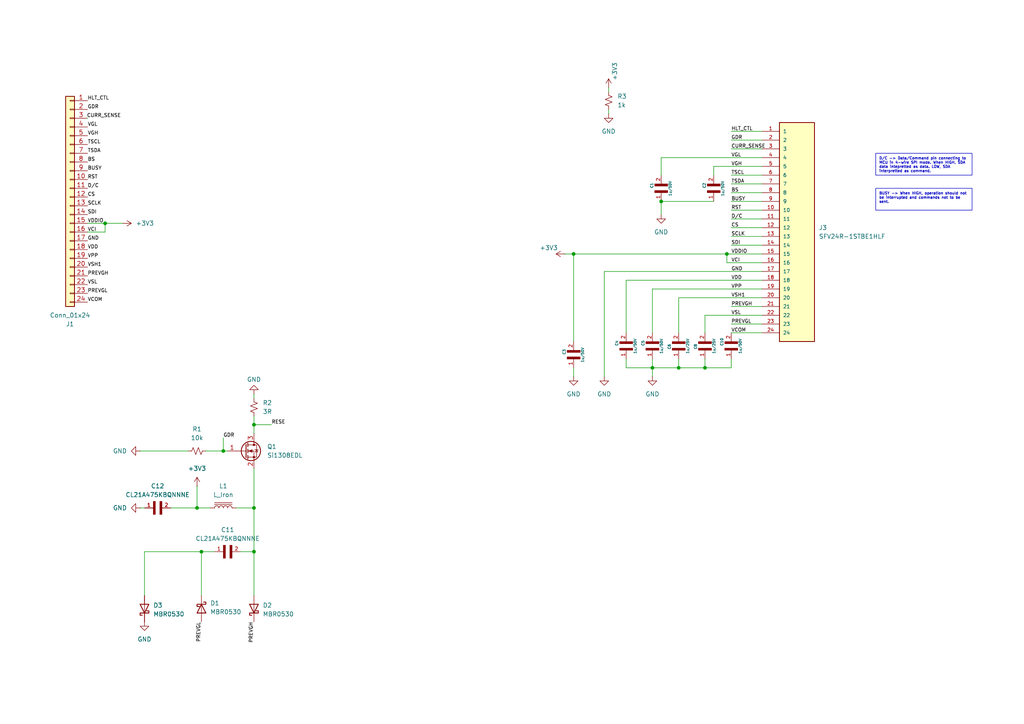
<source format=kicad_sch>
(kicad_sch (version 20250114) (generator "eeschema") (generator_version "9.0")
  (paper "A4")
  (lib_symbols
    (symbol "Capacitors:CL10B105KA8NNNC" (pin_names (offset 1.016))
      (property "Reference" "C" (at 0.254 2.286 0))
      (property "Value" "1u/25V" (at -1.016 -3.048 0))
      (symbol "CL10B105KA8NNNC_0_0"
        (rectangle (start 0 1.905) (end 0.635 -1.9069) (stroke (width 0.1)) (fill (type outline)))
        (rectangle (start 1.9069 1.905) (end 2.54 -1.9069) (stroke (width 0.1)) (fill (type outline)))
        (pin passive line (at -2.54 0 0) (length 2.54) (name "~") (number "1"))
        (pin passive line (at 5.08 0 180) (length 2.54) (name "~") (number "2"))
      )
    )
    (symbol "Capacitors:CL21A475KBQNNNE" (pin_names (offset 1.016))
      (property "Reference" "C" (at 0 3.81 0))
      (property "Value" "CL21A475KBQNNNE" (at 0 -5.08 0))
      (symbol "CL21A475KBQNNNE_0_0"
        (rectangle (start 0 -1.905) (end 0.635 1.905) (stroke (width 0.1)) (fill (type outline)))
        (rectangle (start 1.905 -1.905) (end 2.54 1.905) (stroke (width 0.1)) (fill (type outline)))
        (pin passive line (at -2.54 0 0) (length 2.54) (name "~") (number "2"))
        (pin passive line (at 5.08 0 180) (length 2.54) (name "~") (number "1"))
      )
    )
    (symbol "Capacitors:MBASU168AB5105KTNA01" (pin_names (offset 1.016))
      (property "Reference" "C" (at 0 2.286 0))
      (property "Value" "1u/50V" (at -2.286 -3.048 0))
      (symbol "MBASU168AB5105KTNA01_0_0"
        (rectangle (start -1.27 -1.9069) (end -0.635 1.905) (stroke (width 0.1)) (fill (type outline)))
        (rectangle (start 0.6369 -1.9069) (end 1.27 1.905) (stroke (width 0.1)) (fill (type outline)))
        (pin passive line (at -3.81 0 0) (length 2.54) (name "~") (number "1"))
        (pin passive line (at 3.81 0 180) (length 2.54) (name "~") (number "2"))
      )
    )
    (symbol "Connector_FFC-FPC:SFV24R-1STBE1HLF" (pin_names (offset 1.016))
      (property "Reference" "J" (at -5.08 33.782 0))
      (property "Value" "SFV24R-1STBE1HLF" (at -5.08 -33.02 0))
      (symbol "SFV24R-1STBE1HLF_0_0"
        (rectangle (start -5.08 -30.48) (end 5.08 33.02) (stroke (width 0.254)) (fill (type background)))
        (pin passive line (at -10.16 30.48 0) (length 5.08) (name "1") (number "1"))
        (pin passive line (at -10.16 27.94 0) (length 5.08) (name "2") (number "2"))
        (pin passive line (at -10.16 25.4 0) (length 5.08) (name "3") (number "3"))
        (pin passive line (at -10.16 22.86 0) (length 5.08) (name "4") (number "4"))
        (pin passive line (at -10.16 20.32 0) (length 5.08) (name "5") (number "5"))
        (pin passive line (at -10.16 17.78 0) (length 5.08) (name "6") (number "6"))
        (pin passive line (at -10.16 15.24 0) (length 5.08) (name "7") (number "7"))
        (pin passive line (at -10.16 12.7 0) (length 5.08) (name "8") (number "8"))
        (pin passive line (at -10.16 10.16 0) (length 5.08) (name "9") (number "9"))
        (pin passive line (at -10.16 7.62 0) (length 5.08) (name "10") (number "10"))
        (pin passive line (at -10.16 5.08 0) (length 5.08) (name "11") (number "11"))
        (pin passive line (at -10.16 2.54 0) (length 5.08) (name "12") (number "12"))
        (pin passive line (at -10.16 0 0) (length 5.08) (name "13") (number "13"))
        (pin passive line (at -10.16 -2.54 0) (length 5.08) (name "14") (number "14"))
        (pin passive line (at -10.16 -5.08 0) (length 5.08) (name "15") (number "15"))
        (pin passive line (at -10.16 -7.62 0) (length 5.08) (name "16") (number "16"))
        (pin passive line (at -10.16 -10.16 0) (length 5.08) (name "17") (number "17"))
        (pin passive line (at -10.16 -12.7 0) (length 5.08) (name "18") (number "18"))
        (pin passive line (at -10.16 -15.24 0) (length 5.08) (name "19") (number "19"))
        (pin passive line (at -10.16 -17.78 0) (length 5.08) (name "20") (number "20"))
        (pin passive line (at -10.16 -20.32 0) (length 5.08) (name "21") (number "21"))
        (pin passive line (at -10.16 -22.86 0) (length 5.08) (name "22") (number "22"))
        (pin passive line (at -10.16 -25.4 0) (length 5.08) (name "23") (number "23"))
        (pin passive line (at -10.16 -27.94 0) (length 5.08) (name "24") (number "24"))
      )
    )
    (symbol "Connector_Generic:Conn_01x24" (pin_names (offset 1.016) (hide yes))
      (property "Reference" "J" (at 0 30.48 0))
      (property "Value" "Conn_01x24" (at 0 -33.02 0))
      (symbol "Conn_01x24_1_1"
        (rectangle (start -1.27 29.21) (end 1.27 -31.75) (stroke (width 0.254)) (fill (type background)))
        (rectangle (start -1.27 28.067) (end 0 27.813) (stroke (width 0.1524)))
        (rectangle (start -1.27 25.527) (end 0 25.273) (stroke (width 0.1524)))
        (rectangle (start -1.27 22.987) (end 0 22.733) (stroke (width 0.1524)))
        (rectangle (start -1.27 20.447) (end 0 20.193) (stroke (width 0.1524)))
        (rectangle (start -1.27 17.907) (end 0 17.653) (stroke (width 0.1524)))
        (rectangle (start -1.27 15.367) (end 0 15.113) (stroke (width 0.1524)))
        (rectangle (start -1.27 12.827) (end 0 12.573) (stroke (width 0.1524)))
        (rectangle (start -1.27 10.287) (end 0 10.033) (stroke (width 0.1524)))
        (rectangle (start -1.27 7.747) (end 0 7.493) (stroke (width 0.1524)))
        (rectangle (start -1.27 5.207) (end 0 4.953) (stroke (width 0.1524)))
        (rectangle (start -1.27 2.667) (end 0 2.413) (stroke (width 0.1524)))
        (rectangle (start -1.27 0.127) (end 0 -0.127) (stroke (width 0.1524)))
        (rectangle (start -1.27 -2.413) (end 0 -2.667) (stroke (width 0.1524)))
        (rectangle (start -1.27 -4.953) (end 0 -5.207) (stroke (width 0.1524)))
        (rectangle (start -1.27 -7.493) (end 0 -7.747) (stroke (width 0.1524)))
        (rectangle (start -1.27 -10.033) (end 0 -10.287) (stroke (width 0.1524)))
        (rectangle (start -1.27 -12.573) (end 0 -12.827) (stroke (width 0.1524)))
        (rectangle (start -1.27 -15.113) (end 0 -15.367) (stroke (width 0.1524)))
        (rectangle (start -1.27 -17.653) (end 0 -17.907) (stroke (width 0.1524)))
        (rectangle (start -1.27 -20.193) (end 0 -20.447) (stroke (width 0.1524)))
        (rectangle (start -1.27 -22.733) (end 0 -22.987) (stroke (width 0.1524)))
        (rectangle (start -1.27 -25.273) (end 0 -25.527) (stroke (width 0.1524)))
        (rectangle (start -1.27 -27.813) (end 0 -28.067) (stroke (width 0.1524)))
        (rectangle (start -1.27 -30.353) (end 0 -30.607) (stroke (width 0.1524)))
        (pin passive line (at -5.08 27.94 0) (length 3.81) (name "Pin_1") (number "1"))
        (pin passive line (at -5.08 25.4 0) (length 3.81) (name "Pin_2") (number "2"))
        (pin passive line (at -5.08 22.86 0) (length 3.81) (name "Pin_3") (number "3"))
        (pin passive line (at -5.08 20.32 0) (length 3.81) (name "Pin_4") (number "4"))
        (pin passive line (at -5.08 17.78 0) (length 3.81) (name "Pin_5") (number "5"))
        (pin passive line (at -5.08 15.24 0) (length 3.81) (name "Pin_6") (number "6"))
        (pin passive line (at -5.08 12.7 0) (length 3.81) (name "Pin_7") (number "7"))
        (pin passive line (at -5.08 10.16 0) (length 3.81) (name "Pin_8") (number "8"))
        (pin passive line (at -5.08 7.62 0) (length 3.81) (name "Pin_9") (number "9"))
        (pin passive line (at -5.08 5.08 0) (length 3.81) (name "Pin_10") (number "10"))
        (pin passive line (at -5.08 2.54 0) (length 3.81) (name "Pin_11") (number "11"))
        (pin passive line (at -5.08 0 0) (length 3.81) (name "Pin_12") (number "12"))
        (pin passive line (at -5.08 -2.54 0) (length 3.81) (name "Pin_13") (number "13"))
        (pin passive line (at -5.08 -5.08 0) (length 3.81) (name "Pin_14") (number "14"))
        (pin passive line (at -5.08 -7.62 0) (length 3.81) (name "Pin_15") (number "15"))
        (pin passive line (at -5.08 -10.16 0) (length 3.81) (name "Pin_16") (number "16"))
        (pin passive line (at -5.08 -12.7 0) (length 3.81) (name "Pin_17") (number "17"))
        (pin passive line (at -5.08 -15.24 0) (length 3.81) (name "Pin_18") (number "18"))
        (pin passive line (at -5.08 -17.78 0) (length 3.81) (name "Pin_19") (number "19"))
        (pin passive line (at -5.08 -20.32 0) (length 3.81) (name "Pin_20") (number "20"))
        (pin passive line (at -5.08 -22.86 0) (length 3.81) (name "Pin_21") (number "21"))
        (pin passive line (at -5.08 -25.4 0) (length 3.81) (name "Pin_22") (number "22"))
        (pin passive line (at -5.08 -27.94 0) (length 3.81) (name "Pin_23") (number "23"))
        (pin passive line (at -5.08 -30.48 0) (length 3.81) (name "Pin_24") (number "24"))
      )
    )
    (symbol "Device:L_Iron" (pin_numbers (hide yes)) (pin_names (offset 1.016) (hide yes))
      (property "Reference" "L" (at -1.27 0 90))
      (property "Value" "L_Iron" (at 2.794 0 90))
      (symbol "L_Iron_0_1"
        (arc (start 0 2.54) (mid 0.6323 1.905) (end 0 1.27))
        (arc (start 0 1.27) (mid 0.6323 0.635) (end 0 0))
        (arc (start 0 0) (mid 0.6323 -0.635) (end 0 -1.27))
        (arc (start 0 -1.27) (mid 0.6323 -1.905) (end 0 -2.54))
        (polyline (pts (xy 1.016 2.54) (xy 1.016 -2.54)))
        (polyline (pts (xy 1.524 -2.54) (xy 1.524 2.54)))
      )
      (symbol "L_Iron_1_1"
        (pin passive line (at 0 3.81 270) (length 1.27) (name "1") (number "1"))
        (pin passive line (at 0 -3.81 90) (length 1.27) (name "2") (number "2"))
      )
    )
    (symbol "Device:R_Small_US" (pin_numbers (hide yes)) (pin_names (offset 0.254) (hide yes))
      (property "Reference" "R" (at 0.762 0.508 0))
      (property "Value" "R_Small_US" (at 0.762 -1.016 0))
      (symbol "R_Small_US_1_1"
        (polyline (pts (xy 0 1.524) (xy 1.016 1.143) (xy 0 0.762) (xy -1.016 0.381) (xy 0 0)))
        (polyline (pts (xy 0 0) (xy 1.016 -0.381) (xy 0 -0.762) (xy -1.016 -1.143) (xy 0 -1.524)))
        (pin passive line (at 0 2.54 270) (length 1.016) (name "~") (number "1"))
        (pin passive line (at 0 -2.54 90) (length 1.016) (name "~") (number "2"))
      )
    )
    (symbol "Diode:MBR0530" (pin_numbers (hide yes)) (pin_names (offset 1.016) (hide yes))
      (property "Reference" "D" (at 0 2.54 0))
      (property "Value" "MBR0530" (at 0 -2.54 0))
      (symbol "MBR0530_0_1"
        (polyline (pts (xy -1.905 0.635) (xy -1.905 1.27) (xy -1.27 1.27) (xy -1.27 -1.27) (xy -0.635 -1.27) (xy -0.635 -0.635)) (stroke (width 0.254)))
        (polyline (pts (xy 1.27 1.27) (xy 1.27 -1.27) (xy -1.27 0) (xy 1.27 1.27)) (stroke (width 0.254)))
        (polyline (pts (xy 1.27 0) (xy -1.27 0)))
      )
      (symbol "MBR0530_1_1"
        (pin passive line (at -3.81 0 0) (length 2.54) (name "K") (number "1"))
        (pin passive line (at 3.81 0 180) (length 2.54) (name "A") (number "2"))
      )
    )
    (symbol "Transistor_FET:Si1308EDL" (pin_names (hide yes))
      (property "Reference" "Q" (at 5.08 1.905 0))
      (property "Value" "Si1308EDL" (at 5.08 0 0))
      (symbol "Si1308EDL_0_1"
        (polyline (pts (xy 0.254 1.905) (xy 0.254 -1.905)) (stroke (width 0.254)))
        (polyline (pts (xy 0.254 0) (xy -2.54 0)))
        (polyline (pts (xy 0.762 2.286) (xy 0.762 1.27)) (stroke (width 0.254)))
        (polyline (pts (xy 0.762 0.508) (xy 0.762 -0.508)) (stroke (width 0.254)))
        (polyline (pts (xy 0.762 -1.27) (xy 0.762 -2.286)) (stroke (width 0.254)))
        (polyline (pts (xy 0.762 -1.778) (xy 3.302 -1.778) (xy 3.302 1.778) (xy 0.762 1.778)))
        (polyline (pts (xy 1.016 0) (xy 2.032 0.381) (xy 2.032 -0.381) (xy 1.016 0)) (fill (type outline)))
        (circle (center 1.651 0) (radius 2.794) (stroke (width 0.254)))
        (polyline (pts (xy 2.54 2.54) (xy 2.54 1.778)))
        (circle (center 2.54 1.778) (radius 0.254) (fill (type outline)))
        (circle (center 2.54 -1.778) (radius 0.254) (fill (type outline)))
        (polyline (pts (xy 2.54 -2.54) (xy 2.54 0) (xy 0.762 0)))
        (polyline (pts (xy 2.794 0.508) (xy 2.921 0.381) (xy 3.683 0.381) (xy 3.81 0.254)))
        (polyline (pts (xy 3.302 0.381) (xy 2.921 -0.254) (xy 3.683 -0.254) (xy 3.302 0.381)))
      )
      (symbol "Si1308EDL_1_1"
        (pin input line (at -5.08 0 0) (length 2.54) (name "G") (number "1"))
        (pin passive line (at 2.54 5.08 270) (length 2.54) (name "D") (number "3"))
        (pin passive line (at 2.54 -5.08 90) (length 2.54) (name "S") (number "2"))
      )
    )
    (symbol "power:+3V3" (power) (pin_numbers (hide yes)) (pin_names (offset 0) (hide yes))
      (property "Value" "+3V3" (at 0 3.556 0))
      (symbol "+3V3_0_1"
        (polyline (pts (xy -0.762 1.27) (xy 0 2.54)))
        (polyline (pts (xy 0 2.54) (xy 0.762 1.27)))
        (polyline (pts (xy 0 0) (xy 0 2.54)))
      )
      (symbol "+3V3_1_1"
        (pin power_in line (at 0 0 90) (length 0) (name "~") (number "1"))
      )
    )
    (symbol "power:GND" (power) (pin_numbers (hide yes)) (pin_names (offset 0) (hide yes))
      (property "Value" "GND" (at 0 -3.81 0))
      (symbol "GND_0_1"
        (polyline (pts (xy 0 0) (xy 0 -1.27) (xy 1.27 -1.27) (xy 0 -2.54) (xy -1.27 -1.27) (xy 0 -1.27)))
      )
      (symbol "GND_1_1"
        (pin power_in line (at 0 0 270) (length 0) (name "~") (number "1"))
      )
    )
  )
  (text_box "D/C -> Data/Command pin connecting to MCU in 4-wire SPI mode. When HIGH, SDA data intepretted as data. LOW, SDA interpretted as command." (at 254 44.45 0) (size 27.94 6.35) (margins 0.9525 0.9525 0.9525 0.9525) (effects (font (size 0.762 0.762)) (justify left top)))
  (text_box "BUSY -> When HIGH, operation should not be interrupted and commands not to be sent." (at 254 54.61 0) (size 27.94 6.35) (margins 0.9525 0.9525 0.9525 0.9525) (effects (font (size 0.762 0.762)) (justify left top)))
  (junction (at 57.15 147.32))
  (junction (at 58.42 160.02))
  (junction (at 191.77 58.42))
  (junction (at 196.85 106.68))
  (junction (at 73.66 160.02))
  (junction (at 210.82 73.66))
  (junction (at 189.23 106.68))
  (junction (at 73.66 147.32))
  (junction (at 73.66 123.19))
  (junction (at 166.37 73.66))
  (junction (at 64.77 130.81))
  (junction (at 30.48 64.77))
  (junction (at 204.47 106.68))
  (wire (pts (xy 73.66 135.89) (xy 73.66 147.32)))
  (wire (pts (xy 40.64 130.81) (xy 54.61 130.81)))
  (wire (pts (xy 204.47 104.14) (xy 204.47 106.68)))
  (wire (pts (xy 176.53 31.75) (xy 176.53 33.02)))
  (wire (pts (xy 176.53 26.67) (xy 176.53 25.4)))
  (wire (pts (xy 25.4 64.77) (xy 30.48 64.77)))
  (wire (pts (xy 212.09 66.04) (xy 220.98 66.04)))
  (wire (pts (xy 196.85 86.36) (xy 196.85 96.52)))
  (wire (pts (xy 212.09 53.34) (xy 220.98 53.34)))
  (wire (pts (xy 41.91 172.72) (xy 41.91 160.02)))
  (wire (pts (xy 207.01 48.26) (xy 207.01 50.8)))
  (wire (pts (xy 189.23 106.68) (xy 189.23 104.14)))
  (wire (pts (xy 204.47 91.44) (xy 204.47 96.52)))
  (wire (pts (xy 189.23 109.22) (xy 189.23 106.68)))
  (wire (pts (xy 69.85 160.02) (xy 73.66 160.02)))
  (wire (pts (xy 210.82 73.66) (xy 220.98 73.66)))
  (wire (pts (xy 181.61 81.28) (xy 181.61 96.52)))
  (wire (pts (xy 57.15 140.97) (xy 57.15 147.32)))
  (wire (pts (xy 30.48 64.77) (xy 30.48 67.31)))
  (wire (pts (xy 191.77 58.42) (xy 191.77 62.23)))
  (wire (pts (xy 40.64 147.32) (xy 41.91 147.32)))
  (wire (pts (xy 210.82 73.66) (xy 210.82 76.2)))
  (wire (pts (xy 207.01 48.26) (xy 220.98 48.26)))
  (wire (pts (xy 30.48 64.77) (xy 35.56 64.77)))
  (wire (pts (xy 212.09 43.18) (xy 220.98 43.18)))
  (wire (pts (xy 220.98 96.52) (xy 212.09 96.52)))
  (wire (pts (xy 212.09 60.96) (xy 220.98 60.96)))
  (wire (pts (xy 25.1763 34.29) (xy 25.4 34.29)))
  (wire (pts (xy 166.37 106.68) (xy 166.37 109.22)))
  (wire (pts (xy 166.37 73.66) (xy 166.37 99.06)))
  (wire (pts (xy 191.77 45.72) (xy 220.98 45.72)))
  (wire (pts (xy 212.09 104.14) (xy 212.09 106.68)))
  (wire (pts (xy 73.66 123.19) (xy 73.66 125.73)))
  (wire (pts (xy 220.98 86.36) (xy 196.85 86.36)))
  (wire (pts (xy 175.26 78.74) (xy 220.98 78.74)))
  (wire (pts (xy 212.09 88.9) (xy 220.98 88.9)))
  (wire (pts (xy 73.66 120.65) (xy 73.66 123.19)))
  (wire (pts (xy 196.85 106.68) (xy 204.47 106.68)))
  (wire (pts (xy 49.53 147.32) (xy 57.15 147.32)))
  (wire (pts (xy 212.09 50.8) (xy 220.98 50.8)))
  (wire (pts (xy 175.26 78.74) (xy 175.26 109.22)))
  (wire (pts (xy 212.09 38.1) (xy 220.98 38.1)))
  (wire (pts (xy 25.4 67.31) (xy 30.48 67.31)))
  (wire (pts (xy 64.77 130.81) (xy 66.04 130.81)))
  (wire (pts (xy 181.61 106.68) (xy 181.61 104.14)))
  (wire (pts (xy 212.09 71.12) (xy 220.98 71.12)))
  (wire (pts (xy 196.85 104.14) (xy 196.85 106.68)))
  (wire (pts (xy 166.37 73.66) (xy 210.82 73.66)))
  (wire (pts (xy 212.09 55.88) (xy 220.98 55.88)))
  (wire (pts (xy 189.23 83.82) (xy 220.98 83.82)))
  (wire (pts (xy 210.82 76.2) (xy 220.98 76.2)))
  (wire (pts (xy 68.58 147.32) (xy 73.66 147.32)))
  (wire (pts (xy 73.66 160.02) (xy 73.66 172.72)))
  (wire (pts (xy 212.09 68.58) (xy 220.98 68.58)))
  (wire (pts (xy 41.91 160.02) (xy 58.42 160.02)))
  (wire (pts (xy 189.23 96.52) (xy 189.23 83.82)))
  (wire (pts (xy 212.09 40.64) (xy 220.98 40.64)))
  (wire (pts (xy 60.96 147.32) (xy 57.15 147.32)))
  (wire (pts (xy 212.09 93.98) (xy 220.98 93.98)))
  (wire (pts (xy 204.47 106.68) (xy 212.09 106.68)))
  (wire (pts (xy 212.09 63.5) (xy 220.98 63.5)))
  (wire (pts (xy 220.98 91.44) (xy 204.47 91.44)))
  (wire (pts (xy 181.61 106.68) (xy 189.23 106.68)))
  (wire (pts (xy 73.66 123.19) (xy 78.74 123.19)))
  (wire (pts (xy 212.09 58.42) (xy 220.98 58.42)))
  (wire (pts (xy 191.77 45.72) (xy 191.77 50.8)))
  (wire (pts (xy 58.42 160.02) (xy 62.23 160.02)))
  (wire (pts (xy 191.77 58.42) (xy 207.01 58.42)))
  (wire (pts (xy 163.83 73.66) (xy 166.37 73.66)))
  (wire (pts (xy 59.69 130.81) (xy 64.77 130.81)))
  (wire (pts (xy 189.23 106.68) (xy 196.85 106.68)))
  (wire (pts (xy 181.61 81.28) (xy 220.98 81.28)))
  (wire (pts (xy 73.66 114.3) (xy 73.66 115.57)))
  (wire (pts (xy 64.77 127) (xy 64.77 130.81)))
  (wire (pts (xy 73.66 147.32) (xy 73.66 160.02)))
  (wire (pts (xy 58.42 160.02) (xy 58.42 172.72)))
  (label "CS" (at 212.09 66.04 0) (effects (font (size 1.016 1.016))))
  (label "GND" (at 212.09 78.74 0) (effects (font (size 1.016 1.016))))
  (label "TSCL" (at 212.09 50.8 0) (effects (font (size 1.016 1.016))))
  (label "CURR_SENSE" (at 212.09 43.18 0) (effects (font (size 1.016 1.016))))
  (label "PREVGH" (at 73.66 180.34 270) (effects (font (size 1.016 1.016))))
  (label "SDI" (at 25.4 62.23 0) (effects (font (size 1.016 1.016))))
  (label "VDD" (at 212.09 81.28 0) (effects (font (size 1.016 1.016))))
  (label "PREVGL" (at 58.42 180.34 270) (effects (font (size 1.016 1.016))))
  (label "D{slash}C" (at 212.09 63.5 0) (effects (font (size 1.016 1.016))))
  (label "PREVGH" (at 25.4 80.01 0) (effects (font (size 1.016 1.016))))
  (label "VCI" (at 212.09 76.2 0) (effects (font (size 1.016 1.016))))
  (label "GND" (at 25.4 69.85 0) (effects (font (size 1.016 1.016))))
  (label "VCI" (at 25.4 67.31 0) (effects (font (size 1.016 1.016))))
  (label "PREVGL" (at 212.09 93.98 0) (effects (font (size 1.016 1.016))))
  (label "VGL" (at 25.4 36.83 0) (effects (font (size 1.016 1.016))))
  (label "VPP" (at 25.4 74.93 0) (effects (font (size 1.016 1.016))))
  (label "BS" (at 25.4 46.99 0) (effects (font (size 1.016 1.016))))
  (label "VSH1" (at 25.4 77.47 0) (effects (font (size 1.016 1.016))))
  (label "VDDIO" (at 25.4 64.77 0) (effects (font (size 1.016 1.016))))
  (label "SCLK" (at 212.09 68.58 0) (effects (font (size 1.016 1.016))))
  (label "HLT_CTL" (at 25.4 29.21 0) (effects (font (size 1.016 1.016))))
  (label "VSL" (at 212.09 91.44 0) (effects (font (size 1.016 1.016))))
  (label "VCOM" (at 212.09 96.52 0) (effects (font (size 1.016 1.016))))
  (label "PREVGL" (at 25.4 85.09 0) (effects (font (size 1.016 1.016))))
  (label "TSDA" (at 212.09 53.34 0) (effects (font (size 1.016 1.016))))
  (label "BUSY" (at 212.09 58.42 0) (effects (font (size 1.016 1.016))))
  (label "VCOM" (at 25.4 87.63 0) (effects (font (size 1.016 1.016))))
  (label "VPP" (at 212.09 83.82 0) (effects (font (size 1.016 1.016))))
  (label "SDI" (at 212.09 71.12 0) (effects (font (size 1.016 1.016))))
  (label "GDR" (at 25.4 31.75 0) (effects (font (size 1.016 1.016))))
  (label "VDDIO" (at 212.09 73.66 0) (effects (font (size 1.016 1.016))))
  (label "PREVGH" (at 212.09 88.9 0) (effects (font (size 1.016 1.016))))
  (label "VGL" (at 212.09 45.72 0) (effects (font (size 1.016 1.016))))
  (label "VGH" (at 212.09 48.26 0) (effects (font (size 1.016 1.016))))
  (label "CS" (at 25.4 57.15 0) (effects (font (size 1.016 1.016))))
  (label "RST" (at 212.09 60.96 0) (effects (font (size 1.016 1.016))))
  (label "SCLK" (at 25.4 59.69 0) (effects (font (size 1.016 1.016))))
  (label "VDD" (at 25.4 72.39 0) (effects (font (size 1.016 1.016))))
  (label "VGH" (at 25.4 39.37 0) (effects (font (size 1.016 1.016))))
  (label "GDR" (at 64.77 127 0) (effects (font (size 1.016 1.016))))
  (label "BUSY" (at 25.4 49.53 0) (effects (font (size 1.016 1.016))))
  (label "TSCL" (at 25.4 41.91 0) (effects (font (size 1.016 1.016))))
  (label "VSL" (at 25.4 82.55 0) (effects (font (size 1.016 1.016))))
  (label "D{slash}C" (at 25.4 54.61 0) (effects (font (size 1.016 1.016))))
  (label "CURR_SENSE" (at 25.1763 34.29 0) (effects (font (size 1.016 1.016))))
  (label "HLT_CTL" (at 212.09 38.1 0) (effects (font (size 1.016 1.016))))
  (label "TSDA" (at 25.4 44.45 0) (effects (font (size 1.016 1.016))))
  (label "RESE" (at 78.74 123.19 0) (effects (font (size 1.016 1.016))))
  (label "GDR" (at 212.09 40.64 0) (effects (font (size 1.016 1.016))))
  (label "BS" (at 212.09 55.88 0) (effects (font (size 1.016 1.016))))
  (label "VSH1" (at 212.09 86.36 0) (effects (font (size 1.016 1.016))))
  (label "RST" (at 25.4 52.07 0) (effects (font (size 1.016 1.016))))
  (symbol (lib_id "Diode:MBR0530") (at 73.66 176.53 90) (unit 1)
    (property "Reference" "D2" (at 76.2 175.5774 90) (effects (justify right)))
    (property "Value" "MBR0530" (at 76.2 178.1174 90) (effects (justify right)))
    (property "Footprint" "Diode_SMD:D_SOD-123" (effects (hide yes)))
    (property "Datasheet" "http://www.mccsemi.com/up_pdf/MBR0520~MBR0580(SOD123).pdf" (effects (hide yes)))
    (property "Description" "30V 0.5A Schottky Power Rectifier Diode, SOD-123" (effects (hide yes)))
  )
  (symbol (lib_id "Capacitors:MBASU168AB5105KTNA01") (at 181.61 100.33 90) (unit 1)
    (property "Reference" "C4" (at 179.324 100.33 0) (effects (font (size 0.762 0.762)) (justify left bottom)))
    (property "Value" "1u/50V" (at 184.658 102.616 0) (effects (font (size 0.762 0.762)) (justify left bottom)))
    (property "Footprint" "capacitors-cam:CAPC2012X140N" (effects (hide yes)))
    (property "PARTREV" "NA" (effects (hide yes)))
    (property "MANUFACTURER" "Taiyo Yuden" (effects (hide yes)))
    (property "MAXIMUM_PACKAGE_HEIGHT" "0.95mm" (effects (hide yes)))
    (property "STANDARD" "IPC-7351B" (effects (hide yes)))
  )
  (symbol (lib_id "Capacitors:CL10B105KA8NNNC") (at 204.47 101.6 90) (unit 1)
    (property "Reference" "C8" (at 202.184 101.346 0) (effects (font (size 0.762 0.762)) (justify left bottom)))
    (property "Value" "1u/25V" (at 207.518 102.616 0) (effects (font (size 0.762 0.762)) (justify left bottom)))
    (property "Footprint" "capacitors-cam:CAPC1608X90N" (effects (hide yes)))
    (property "PARTREV" "APR.09.2024" (effects (hide yes)))
    (property "STANDARD" "Manufacturer Recommendations" (effects (hide yes)))
    (property "SNAPEDA_PACKAGE_ID" "64242" (effects (hide yes)))
    (property "MAXIMUM_PACKAGE_HEIGHT" "0.9 mm" (effects (hide yes)))
    (property "MANUFACTURER" "Samsung Electro-Mechanics" (effects (hide yes)))
  )
  (symbol (lib_id "power:GND") (at 176.53 33.02 0) (unit 1)
    (property "Reference" "#PWR013" (effects (hide yes)))
    (property "Value" "GND" (at 176.53 38.1 0))
    (property "Description" "Power symbol creates a global label with name \"GND\" , ground" (effects (hide yes)))
  )
  (symbol (lib_id "Connector_Generic:Conn_01x24") (at 20.32 57.15 0) (mirror y) (unit 1)
    (property "Reference" "J1" (at 20.32 93.98 0))
    (property "Value" "Conn_01x24" (at 20.32 91.44 0))
    (property "Footprint" "Connector_PinHeader_2.54mm:PinHeader_2x12_P2.54mm_Vertical" (effects (hide yes)))
    (property "Description" "Generic connector, single row, 01x24, script generated (kicad-library-utils/schlib/autogen/connector/)" (effects (hide yes)))
  )
  (symbol (lib_id "Capacitors:MBASU168AB5105KTNA01") (at 189.23 100.33 90) (unit 1)
    (property "Reference" "C5" (at 186.944 100.33 0) (effects (font (size 0.762 0.762)) (justify left bottom)))
    (property "Value" "1u/50V" (at 192.278 102.616 0) (effects (font (size 0.762 0.762)) (justify left bottom)))
    (property "Footprint" "capacitors-cam:CAPC2012X140N" (effects (hide yes)))
    (property "PARTREV" "NA" (effects (hide yes)))
    (property "MANUFACTURER" "Taiyo Yuden" (effects (hide yes)))
    (property "MAXIMUM_PACKAGE_HEIGHT" "0.95mm" (effects (hide yes)))
    (property "STANDARD" "IPC-7351B" (effects (hide yes)))
  )
  (symbol (lib_id "Device:L_Iron") (at 64.77 147.32 90) (unit 1)
    (property "Reference" "L1" (at 64.77 140.97 90))
    (property "Value" "L_Iron" (at 64.77 143.51 90))
    (property "Footprint" "inductors:IND_LPS4018-104MRC" (effects (hide yes)))
    (property "Description" "Inductor with iron core" (effects (hide yes)))
  )
  (symbol (lib_id "power:GND") (at 73.66 114.3 180) (unit 1)
    (property "Reference" "#PWR010" (effects (hide yes)))
    (property "Value" "GND" (at 73.66 110.0706 0))
    (property "Description" "Power symbol creates a global label with name \"GND\" , ground" (effects (hide yes)))
  )
  (symbol (lib_id "Capacitors:MBASU168AB5105KTNA01") (at 166.37 102.87 90) (unit 1)
    (property "Reference" "C3" (at 164.084 102.87 0) (effects (font (size 0.762 0.762)) (justify left bottom)))
    (property "Value" "1u/50V" (at 169.418 105.156 0) (effects (font (size 0.762 0.762)) (justify left bottom)))
    (property "Footprint" "capacitors-cam:CAPC2012X140N" (effects (hide yes)))
    (property "PARTREV" "NA" (effects (hide yes)))
    (property "MANUFACTURER" "Taiyo Yuden" (effects (hide yes)))
    (property "MAXIMUM_PACKAGE_HEIGHT" "0.95mm" (effects (hide yes)))
    (property "STANDARD" "IPC-7351B" (effects (hide yes)))
  )
  (symbol (lib_id "power:GND") (at 191.77 62.23 0) (unit 1)
    (property "Reference" "#PWR05" (effects (hide yes)))
    (property "Value" "GND" (at 191.77 67.31 0))
    (property "Description" "Power symbol creates a global label with name \"GND\" , ground" (effects (hide yes)))
  )
  (symbol (lib_id "Capacitors:CL21A475KBQNNNE") (at 46.99 147.32 180) (unit 1)
    (property "Reference" "C12" (at 45.72 140.97 0))
    (property "Value" "CL21A475KBQNNNE" (at 45.72 143.51 0))
    (property "Footprint" "capacitors-cam:CAPC2012X140N" (effects (hide yes)))
  )
  (symbol (lib_id "Diode:MBR0530") (at 41.91 176.53 90) (unit 1)
    (property "Reference" "D3" (at 44.45 175.5774 90) (effects (justify right)))
    (property "Value" "MBR0530" (at 44.45 178.1174 90) (effects (justify right)))
    (property "Footprint" "Diode_SMD:D_SOD-123" (effects (hide yes)))
    (property "Datasheet" "http://www.mccsemi.com/up_pdf/MBR0520~MBR0580(SOD123).pdf" (effects (hide yes)))
    (property "Description" "30V 0.5A Schottky Power Rectifier Diode, SOD-123" (effects (hide yes)))
  )
  (symbol (lib_id "power:GND") (at 40.64 130.81 270) (unit 1)
    (property "Reference" "#PWR07" (effects (hide yes)))
    (property "Value" "GND" (at 36.83 130.8099 90) (effects (justify right)))
    (property "Description" "Power symbol creates a global label with name \"GND\" , ground" (effects (hide yes)))
  )
  (symbol (lib_id "Capacitors:CL21A475KBQNNNE") (at 67.31 160.02 180) (unit 1)
    (property "Reference" "C11" (at 66.04 153.67 0))
    (property "Value" "CL21A475KBQNNNE" (at 66.04 156.21 0))
    (property "Footprint" "capacitors-cam:CAPC2012X140N" (effects (hide yes)))
  )
  (symbol (lib_id "Device:R_Small_US") (at 176.53 29.21 180) (unit 1)
    (property "Reference" "R3" (at 179.07 27.9399 0) (effects (justify right)))
    (property "Value" "1k" (at 179.07 30.4799 0) (effects (justify right)))
    (property "Footprint" "Resistor_SMD:R_0201_0603Metric" (effects (hide yes)))
    (property "Description" "Resistor, small US symbol" (effects (hide yes)))
  )
  (symbol (lib_id "power:GND") (at 189.23 109.22 0) (unit 1)
    (property "Reference" "#PWR04" (effects (hide yes)))
    (property "Value" "GND" (at 189.23 114.3 0))
    (property "Description" "Power symbol creates a global label with name \"GND\" , ground" (effects (hide yes)))
  )
  (symbol (lib_id "Device:R_Small_US") (at 57.15 130.81 90) (unit 1)
    (property "Reference" "R1" (at 57.15 124.46 90))
    (property "Value" "10k" (at 57.15 127 90))
    (property "Footprint" "Resistor_SMD:R_0201_0603Metric" (effects (hide yes)))
    (property "Description" "Resistor, small US symbol" (effects (hide yes)))
  )
  (symbol (lib_id "power:GND") (at 40.64 147.32 270) (unit 1)
    (property "Reference" "#PWR08" (effects (hide yes)))
    (property "Value" "GND" (at 36.83 147.3199 90) (effects (justify right)))
    (property "Description" "Power symbol creates a global label with name \"GND\" , ground" (effects (hide yes)))
  )
  (symbol (lib_id "power:+3V3") (at 176.53 25.4 0) (unit 1)
    (property "Reference" "#PWR012" (effects (hide yes)))
    (property "Value" "+3V3" (at 178.308 23.368 90) (effects (justify left)))
    (property "Description" "Power symbol creates a global label with name \"+3V3\"" (effects (hide yes)))
  )
  (symbol (lib_id "power:+3V3") (at 57.15 140.97 0) (unit 1)
    (property "Reference" "#PWR09" (effects (hide yes)))
    (property "Value" "+3V3" (at 57.15 135.89 0))
    (property "Description" "Power symbol creates a global label with name \"+3V3\"" (effects (hide yes)))
  )
  (symbol (lib_id "power:+3V3") (at 163.83 73.66 90) (unit 1)
    (property "Reference" "#PWR03" (effects (hide yes)))
    (property "Value" "+3V3" (at 161.798 71.882 90) (effects (justify left)))
    (property "Description" "Power symbol creates a global label with name \"+3V3\"" (effects (hide yes)))
  )
  (symbol (lib_id "Connector_FFC-FPC:SFV24R-1STBE1HLF") (at 231.14 68.58 0) (unit 1)
    (property "Reference" "J3" (at 237.49 66.0399 0) (effects (justify left)))
    (property "Value" "SFV24R-1STBE1HLF" (at 237.49 68.5799 0) (effects (justify left)))
    (property "Footprint" "Connectors-cam:AMPHENOL_SFV24R-1STBE1HLF" (effects (hide yes)))
    (property "PARTREV" "B" (effects (hide yes)))
    (property "STANDARD" "Manufacturer Recommendations" (effects (hide yes)))
    (property "MAXIMUM_PACKAGE_HEIGHT" "2.36mm" (effects (hide yes)))
    (property "MANUFACTURER" "Amphenol" (effects (hide yes)))
  )
  (symbol (lib_id "Capacitors:MBASU168AB5105KTNA01") (at 207.01 54.61 90) (unit 1)
    (property "Reference" "C2" (at 204.724 54.61 0) (effects (font (size 0.762 0.762)) (justify left bottom)))
    (property "Value" "1u/50V" (at 210.058 56.896 0) (effects (font (size 0.762 0.762)) (justify left bottom)))
    (property "Footprint" "capacitors-cam:CAPC2012X140N" (effects (hide yes)))
    (property "PARTREV" "NA" (effects (hide yes)))
    (property "MANUFACTURER" "Taiyo Yuden" (effects (hide yes)))
    (property "MAXIMUM_PACKAGE_HEIGHT" "0.95mm" (effects (hide yes)))
    (property "STANDARD" "IPC-7351B" (effects (hide yes)))
  )
  (symbol (lib_id "power:GND") (at 175.26 109.22 0) (unit 1)
    (property "Reference" "#PWR02" (effects (hide yes)))
    (property "Value" "GND" (at 175.26 114.3 0))
    (property "Description" "Power symbol creates a global label with name \"GND\" , ground" (effects (hide yes)))
  )
  (symbol (lib_id "power:+3V3") (at 35.56 64.77 270) (unit 1)
    (property "Reference" "#PWR011" (effects (hide yes)))
    (property "Value" "+3V3" (at 39.37 64.7699 90) (effects (justify left)))
    (property "Description" "Power symbol creates a global label with name \"+3V3\"" (effects (hide yes)))
  )
  (symbol (lib_id "Device:R_Small_US") (at 73.66 118.11 180) (unit 1)
    (property "Reference" "R2" (at 76.2 116.8399 0) (effects (justify right)))
    (property "Value" "3R" (at 76.2 119.3799 0) (effects (justify right)))
    (property "Footprint" "Resistor_SMD:R_0201_0603Metric" (effects (hide yes)))
    (property "Description" "Resistor, small US symbol" (effects (hide yes)))
  )
  (symbol (lib_id "Capacitors:MBASU168AB5105KTNA01") (at 212.09 100.33 90) (unit 1)
    (property "Reference" "C10" (at 209.804 100.33 0) (effects (font (size 0.762 0.762)) (justify left bottom)))
    (property "Value" "1u/50V" (at 215.138 102.616 0) (effects (font (size 0.762 0.762)) (justify left bottom)))
    (property "Footprint" "capacitors-cam:CAPC2012X140N" (effects (hide yes)))
    (property "PARTREV" "NA" (effects (hide yes)))
    (property "MANUFACTURER" "Taiyo Yuden" (effects (hide yes)))
    (property "MAXIMUM_PACKAGE_HEIGHT" "0.95mm" (effects (hide yes)))
    (property "STANDARD" "IPC-7351B" (effects (hide yes)))
  )
  (symbol (lib_id "power:GND") (at 41.91 180.34 0) (unit 1)
    (property "Reference" "#PWR06" (effects (hide yes)))
    (property "Value" "GND" (at 41.91 185.42 0))
    (property "Description" "Power symbol creates a global label with name \"GND\" , ground" (effects (hide yes)))
  )
  (symbol (lib_id "Transistor_FET:Si1308EDL") (at 71.12 130.81 0) (unit 1)
    (property "Reference" "Q1" (at 77.47 129.5399 0) (effects (justify left)))
    (property "Value" "Si1308EDL" (at 77.47 132.0799 0) (effects (justify left)))
    (property "Footprint" "Package_TO_SOT_SMD:SOT-323_SC-70" (effects (hide yes)))
    (property "Datasheet" "https://www.vishay.com/docs/63399/si1308edl.pdf" (effects (hide yes)))
    (property "Description" "30V Vds, 1.4A Id, N-Channel MOSFET, SC-70" (effects (hide yes)))
  )
  (symbol (lib_id "Diode:MBR0530") (at 58.42 176.53 270) (unit 1)
    (property "Reference" "D1" (at 60.96 174.9424 90) (effects (justify left)))
    (property "Value" "MBR0530" (at 60.96 177.4824 90) (effects (justify left)))
    (property "Footprint" "Diode_SMD:D_SOD-123" (effects (hide yes)))
    (property "Datasheet" "http://www.mccsemi.com/up_pdf/MBR0520~MBR0580(SOD123).pdf" (effects (hide yes)))
    (property "Description" "30V 0.5A Schottky Power Rectifier Diode, SOD-123" (effects (hide yes)))
  )
  (symbol (lib_id "Capacitors:MBASU168AB5105KTNA01") (at 191.77 54.61 90) (unit 1)
    (property "Reference" "C1" (at 189.484 54.61 0) (effects (font (size 0.762 0.762)) (justify left bottom)))
    (property "Value" "1u/50V" (at 194.818 56.896 0) (effects (font (size 0.762 0.762)) (justify left bottom)))
    (property "Footprint" "capacitors-cam:CAPC2012X140N" (effects (hide yes)))
    (property "PARTREV" "NA" (effects (hide yes)))
    (property "MANUFACTURER" "Taiyo Yuden" (effects (hide yes)))
    (property "MAXIMUM_PACKAGE_HEIGHT" "0.95mm" (effects (hide yes)))
    (property "STANDARD" "IPC-7351B" (effects (hide yes)))
  )
  (symbol (lib_id "power:GND") (at 166.37 109.22 0) (unit 1)
    (property "Reference" "#PWR01" (effects (hide yes)))
    (property "Value" "GND" (at 166.37 114.3 0))
    (property "Description" "Power symbol creates a global label with name \"GND\" , ground" (effects (hide yes)))
  )
  (symbol (lib_id "Capacitors:CL10B105KA8NNNC") (at 196.85 101.6 90) (unit 1)
    (property "Reference" "C6" (at 194.564 101.346 0) (effects (font (size 0.762 0.762)) (justify left bottom)))
    (property "Value" "1u/25V" (at 199.898 102.616 0) (effects (font (size 0.762 0.762)) (justify left bottom)))
    (property "Footprint" "capacitors-cam:CAPC1608X90N" (effects (hide yes)))
    (property "PARTREV" "APR.09.2024" (effects (hide yes)))
    (property "STANDARD" "Manufacturer Recommendations" (effects (hide yes)))
    (property "SNAPEDA_PACKAGE_ID" "64242" (effects (hide yes)))
    (property "MAXIMUM_PACKAGE_HEIGHT" "0.9 mm" (effects (hide yes)))
    (property "MANUFACTURER" "Samsung Electro-Mechanics" (effects (hide yes)))
  )
)
</source>
